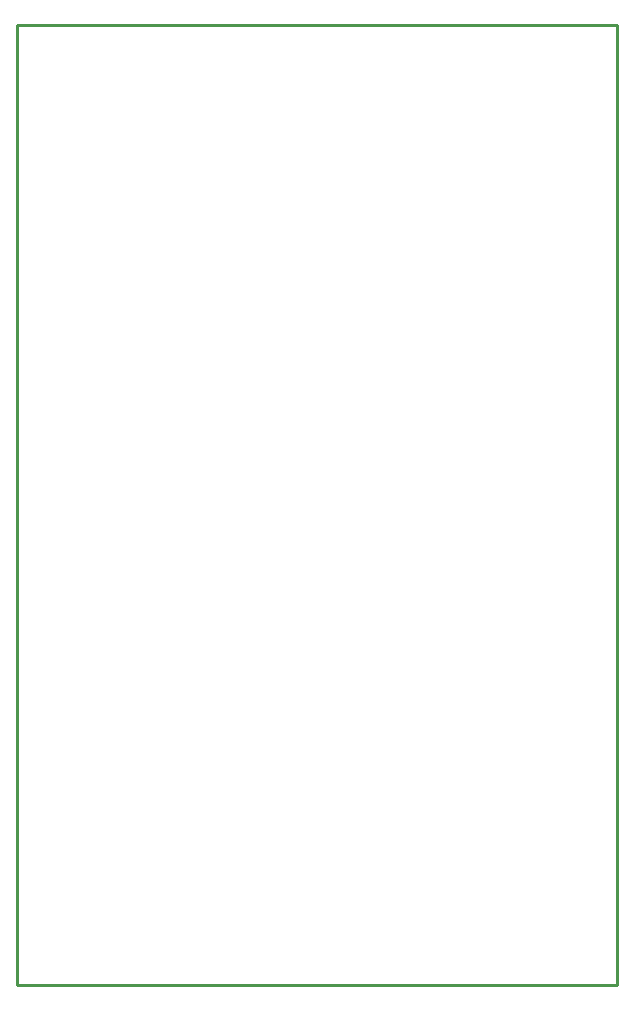
<source format=gbr>
G04 start of page 4 for group 2 idx 2 *
G04 Title: (unknown), outline *
G04 Creator: pcb 4.0.2 *
G04 CreationDate: Mon Jan 25 18:11:42 2021 UTC *
G04 For: ndholmes *
G04 Format: Gerber/RS-274X *
G04 PCB-Dimensions (mil): 3000.00 3200.00 *
G04 PCB-Coordinate-Origin: lower left *
%MOIN*%
%FSLAX25Y25*%
%LNOUTLINE*%
%ADD30C,0.0100*%
G54D30*X0Y0D02*X200000D01*
Y320000D01*
X0D01*
Y0D01*
M02*

</source>
